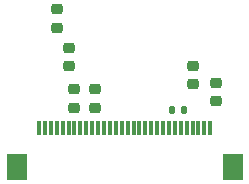
<source format=gbr>
%TF.GenerationSoftware,KiCad,Pcbnew,7.0.2*%
%TF.CreationDate,2025-01-10T16:23:45-06:00*%
%TF.ProjectId,gateDr_displayboard,67617465-4472-45f6-9469-73706c617962,rev?*%
%TF.SameCoordinates,Original*%
%TF.FileFunction,Paste,Bot*%
%TF.FilePolarity,Positive*%
%FSLAX46Y46*%
G04 Gerber Fmt 4.6, Leading zero omitted, Abs format (unit mm)*
G04 Created by KiCad (PCBNEW 7.0.2) date 2025-01-10 16:23:45*
%MOMM*%
%LPD*%
G01*
G04 APERTURE LIST*
G04 Aperture macros list*
%AMRoundRect*
0 Rectangle with rounded corners*
0 $1 Rounding radius*
0 $2 $3 $4 $5 $6 $7 $8 $9 X,Y pos of 4 corners*
0 Add a 4 corners polygon primitive as box body*
4,1,4,$2,$3,$4,$5,$6,$7,$8,$9,$2,$3,0*
0 Add four circle primitives for the rounded corners*
1,1,$1+$1,$2,$3*
1,1,$1+$1,$4,$5*
1,1,$1+$1,$6,$7*
1,1,$1+$1,$8,$9*
0 Add four rect primitives between the rounded corners*
20,1,$1+$1,$2,$3,$4,$5,0*
20,1,$1+$1,$4,$5,$6,$7,0*
20,1,$1+$1,$6,$7,$8,$9,0*
20,1,$1+$1,$8,$9,$2,$3,0*%
G04 Aperture macros list end*
%ADD10RoundRect,0.225000X0.250000X-0.225000X0.250000X0.225000X-0.250000X0.225000X-0.250000X-0.225000X0*%
%ADD11RoundRect,0.225000X-0.250000X0.225000X-0.250000X-0.225000X0.250000X-0.225000X0.250000X0.225000X0*%
%ADD12RoundRect,0.135000X-0.135000X-0.185000X0.135000X-0.185000X0.135000X0.185000X-0.135000X0.185000X0*%
%ADD13R,0.300000X1.300000*%
%ADD14R,1.800000X2.200000*%
G04 APERTURE END LIST*
D10*
%TO.C,C3*%
X71000000Y-86800000D03*
X71000000Y-85250000D03*
%TD*%
D11*
%TO.C,C6*%
X83000000Y-84725000D03*
X83000000Y-86275000D03*
%TD*%
D10*
%TO.C,C4*%
X72750000Y-86800000D03*
X72750000Y-85250000D03*
%TD*%
D11*
%TO.C,C5*%
X81000000Y-83250000D03*
X81000000Y-84800000D03*
%TD*%
D10*
%TO.C,C2*%
X70500000Y-83275000D03*
X70500000Y-81725000D03*
%TD*%
D12*
%TO.C,R1*%
X79230000Y-87000000D03*
X80250000Y-87000000D03*
%TD*%
D10*
%TO.C,C1*%
X69500000Y-80025000D03*
X69500000Y-78475000D03*
%TD*%
D13*
%TO.C,J2*%
X68000000Y-88550000D03*
X68500000Y-88550000D03*
X69000000Y-88550000D03*
X69500000Y-88550000D03*
X70000000Y-88550000D03*
X70500000Y-88550000D03*
X71000000Y-88550000D03*
X71500000Y-88550000D03*
X72000000Y-88550000D03*
X72500000Y-88550000D03*
X73000000Y-88550000D03*
X73500000Y-88550000D03*
X74000000Y-88550000D03*
X74500000Y-88550000D03*
X75000000Y-88550000D03*
X75500000Y-88550000D03*
X76000000Y-88550000D03*
X76500000Y-88550000D03*
X77000000Y-88550000D03*
X77500000Y-88550000D03*
X78000000Y-88550000D03*
X78500000Y-88550000D03*
X79000000Y-88550000D03*
X79500000Y-88550000D03*
X80000000Y-88550000D03*
X80500000Y-88550000D03*
X81000000Y-88550000D03*
X81500000Y-88550000D03*
X82000000Y-88550000D03*
X82500000Y-88550000D03*
D14*
X66100000Y-91800000D03*
X84400000Y-91800000D03*
%TD*%
M02*

</source>
